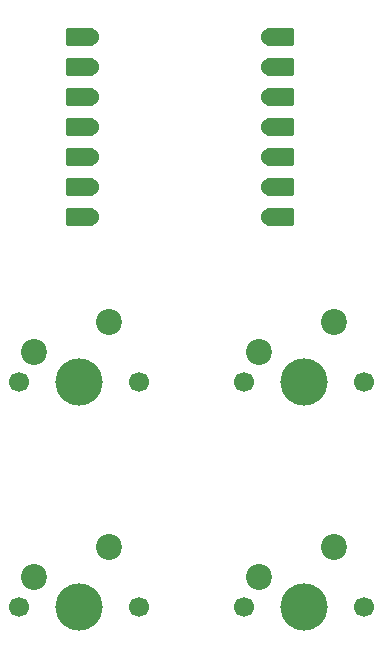
<source format=gbr>
%TF.GenerationSoftware,KiCad,Pcbnew,9.0.3*%
%TF.CreationDate,2025-07-13T23:11:11-04:00*%
%TF.ProjectId,Hackapad,4861636b-6170-4616-942e-6b696361645f,rev?*%
%TF.SameCoordinates,Original*%
%TF.FileFunction,Soldermask,Top*%
%TF.FilePolarity,Negative*%
%FSLAX46Y46*%
G04 Gerber Fmt 4.6, Leading zero omitted, Abs format (unit mm)*
G04 Created by KiCad (PCBNEW 9.0.3) date 2025-07-13 23:11:11*
%MOMM*%
%LPD*%
G01*
G04 APERTURE LIST*
%ADD10C,1.700000*%
%ADD11C,4.000000*%
%ADD12C,2.200000*%
%ADD13C,1.524000*%
G04 APERTURE END LIST*
D10*
%TO.C,SW1*%
X56515000Y-76200000D03*
D11*
X61595000Y-76200000D03*
D10*
X66675000Y-76200000D03*
D12*
X64135000Y-71120000D03*
X57785000Y-73660000D03*
%TD*%
%TO.C,U1*%
G36*
G01*
X62887250Y-27330400D02*
X62887250Y-28549600D01*
G75*
G02*
X62734850Y-28702000I-152400J0D01*
G01*
X60607650Y-28702000D01*
G75*
G02*
X60455250Y-28549600I0J152400D01*
G01*
X60455250Y-27330400D01*
G75*
G02*
X60607650Y-27178000I152400J0D01*
G01*
X62734850Y-27178000D01*
G75*
G02*
X62887250Y-27330400I0J-152400D01*
G01*
G37*
D13*
X62506250Y-27940000D03*
G36*
G01*
X62887250Y-29870400D02*
X62887250Y-31089600D01*
G75*
G02*
X62734850Y-31242000I-152400J0D01*
G01*
X60607650Y-31242000D01*
G75*
G02*
X60455250Y-31089600I0J152400D01*
G01*
X60455250Y-29870400D01*
G75*
G02*
X60607650Y-29718000I152400J0D01*
G01*
X62734850Y-29718000D01*
G75*
G02*
X62887250Y-29870400I0J-152400D01*
G01*
G37*
X62506250Y-30480000D03*
G36*
G01*
X62887250Y-32410400D02*
X62887250Y-33629600D01*
G75*
G02*
X62734850Y-33782000I-152400J0D01*
G01*
X60607650Y-33782000D01*
G75*
G02*
X60455250Y-33629600I0J152400D01*
G01*
X60455250Y-32410400D01*
G75*
G02*
X60607650Y-32258000I152400J0D01*
G01*
X62734850Y-32258000D01*
G75*
G02*
X62887250Y-32410400I0J-152400D01*
G01*
G37*
X62506250Y-33020000D03*
G36*
G01*
X62887250Y-34950400D02*
X62887250Y-36169600D01*
G75*
G02*
X62734850Y-36322000I-152400J0D01*
G01*
X60607650Y-36322000D01*
G75*
G02*
X60455250Y-36169600I0J152400D01*
G01*
X60455250Y-34950400D01*
G75*
G02*
X60607650Y-34798000I152400J0D01*
G01*
X62734850Y-34798000D01*
G75*
G02*
X62887250Y-34950400I0J-152400D01*
G01*
G37*
X62506250Y-35560000D03*
G36*
G01*
X62887250Y-37490400D02*
X62887250Y-38709600D01*
G75*
G02*
X62734850Y-38862000I-152400J0D01*
G01*
X60607650Y-38862000D01*
G75*
G02*
X60455250Y-38709600I0J152400D01*
G01*
X60455250Y-37490400D01*
G75*
G02*
X60607650Y-37338000I152400J0D01*
G01*
X62734850Y-37338000D01*
G75*
G02*
X62887250Y-37490400I0J-152400D01*
G01*
G37*
X62506250Y-38100000D03*
G36*
G01*
X62887250Y-40030400D02*
X62887250Y-41249600D01*
G75*
G02*
X62734850Y-41402000I-152400J0D01*
G01*
X60607650Y-41402000D01*
G75*
G02*
X60455250Y-41249600I0J152400D01*
G01*
X60455250Y-40030400D01*
G75*
G02*
X60607650Y-39878000I152400J0D01*
G01*
X62734850Y-39878000D01*
G75*
G02*
X62887250Y-40030400I0J-152400D01*
G01*
G37*
X62506250Y-40640000D03*
G36*
G01*
X62887250Y-42570400D02*
X62887250Y-43789600D01*
G75*
G02*
X62734850Y-43942000I-152400J0D01*
G01*
X60607650Y-43942000D01*
G75*
G02*
X60455250Y-43789600I0J152400D01*
G01*
X60455250Y-42570400D01*
G75*
G02*
X60607650Y-42418000I152400J0D01*
G01*
X62734850Y-42418000D01*
G75*
G02*
X62887250Y-42570400I0J-152400D01*
G01*
G37*
X62506250Y-43180000D03*
X77746250Y-43180000D03*
G36*
G01*
X77365250Y-43789600D02*
X77365250Y-42570400D01*
G75*
G02*
X77517650Y-42418000I152400J0D01*
G01*
X79644850Y-42418000D01*
G75*
G02*
X79797250Y-42570400I0J-152400D01*
G01*
X79797250Y-43789600D01*
G75*
G02*
X79644850Y-43942000I-152400J0D01*
G01*
X77517650Y-43942000D01*
G75*
G02*
X77365250Y-43789600I0J152400D01*
G01*
G37*
X77746250Y-40640000D03*
G36*
G01*
X77365250Y-41249600D02*
X77365250Y-40030400D01*
G75*
G02*
X77517650Y-39878000I152400J0D01*
G01*
X79644850Y-39878000D01*
G75*
G02*
X79797250Y-40030400I0J-152400D01*
G01*
X79797250Y-41249600D01*
G75*
G02*
X79644850Y-41402000I-152400J0D01*
G01*
X77517650Y-41402000D01*
G75*
G02*
X77365250Y-41249600I0J152400D01*
G01*
G37*
X77746250Y-38100000D03*
G36*
G01*
X77365250Y-38709600D02*
X77365250Y-37490400D01*
G75*
G02*
X77517650Y-37338000I152400J0D01*
G01*
X79644850Y-37338000D01*
G75*
G02*
X79797250Y-37490400I0J-152400D01*
G01*
X79797250Y-38709600D01*
G75*
G02*
X79644850Y-38862000I-152400J0D01*
G01*
X77517650Y-38862000D01*
G75*
G02*
X77365250Y-38709600I0J152400D01*
G01*
G37*
X77746250Y-35560000D03*
G36*
G01*
X77365250Y-36169600D02*
X77365250Y-34950400D01*
G75*
G02*
X77517650Y-34798000I152400J0D01*
G01*
X79644850Y-34798000D01*
G75*
G02*
X79797250Y-34950400I0J-152400D01*
G01*
X79797250Y-36169600D01*
G75*
G02*
X79644850Y-36322000I-152400J0D01*
G01*
X77517650Y-36322000D01*
G75*
G02*
X77365250Y-36169600I0J152400D01*
G01*
G37*
X77746250Y-33020000D03*
G36*
G01*
X77365250Y-33629600D02*
X77365250Y-32410400D01*
G75*
G02*
X77517650Y-32258000I152400J0D01*
G01*
X79644850Y-32258000D01*
G75*
G02*
X79797250Y-32410400I0J-152400D01*
G01*
X79797250Y-33629600D01*
G75*
G02*
X79644850Y-33782000I-152400J0D01*
G01*
X77517650Y-33782000D01*
G75*
G02*
X77365250Y-33629600I0J152400D01*
G01*
G37*
X77746250Y-30480000D03*
G36*
G01*
X77365250Y-31089600D02*
X77365250Y-29870400D01*
G75*
G02*
X77517650Y-29718000I152400J0D01*
G01*
X79644850Y-29718000D01*
G75*
G02*
X79797250Y-29870400I0J-152400D01*
G01*
X79797250Y-31089600D01*
G75*
G02*
X79644850Y-31242000I-152400J0D01*
G01*
X77517650Y-31242000D01*
G75*
G02*
X77365250Y-31089600I0J152400D01*
G01*
G37*
X77746250Y-27940000D03*
G36*
G01*
X77365250Y-28549600D02*
X77365250Y-27330400D01*
G75*
G02*
X77517650Y-27178000I152400J0D01*
G01*
X79644850Y-27178000D01*
G75*
G02*
X79797250Y-27330400I0J-152400D01*
G01*
X79797250Y-28549600D01*
G75*
G02*
X79644850Y-28702000I-152400J0D01*
G01*
X77517650Y-28702000D01*
G75*
G02*
X77365250Y-28549600I0J152400D01*
G01*
G37*
%TD*%
D10*
%TO.C,SW4*%
X75565000Y-76200000D03*
D11*
X80645000Y-76200000D03*
D10*
X85725000Y-76200000D03*
D12*
X83185000Y-71120000D03*
X76835000Y-73660000D03*
%TD*%
D10*
%TO.C,SW2*%
X56515000Y-57150000D03*
D11*
X61595000Y-57150000D03*
D10*
X66675000Y-57150000D03*
D12*
X64135000Y-52070000D03*
X57785000Y-54610000D03*
%TD*%
D10*
%TO.C,SW3*%
X75565000Y-57150000D03*
D11*
X80645000Y-57150000D03*
D10*
X85725000Y-57150000D03*
D12*
X83185000Y-52070000D03*
X76835000Y-54610000D03*
%TD*%
M02*

</source>
